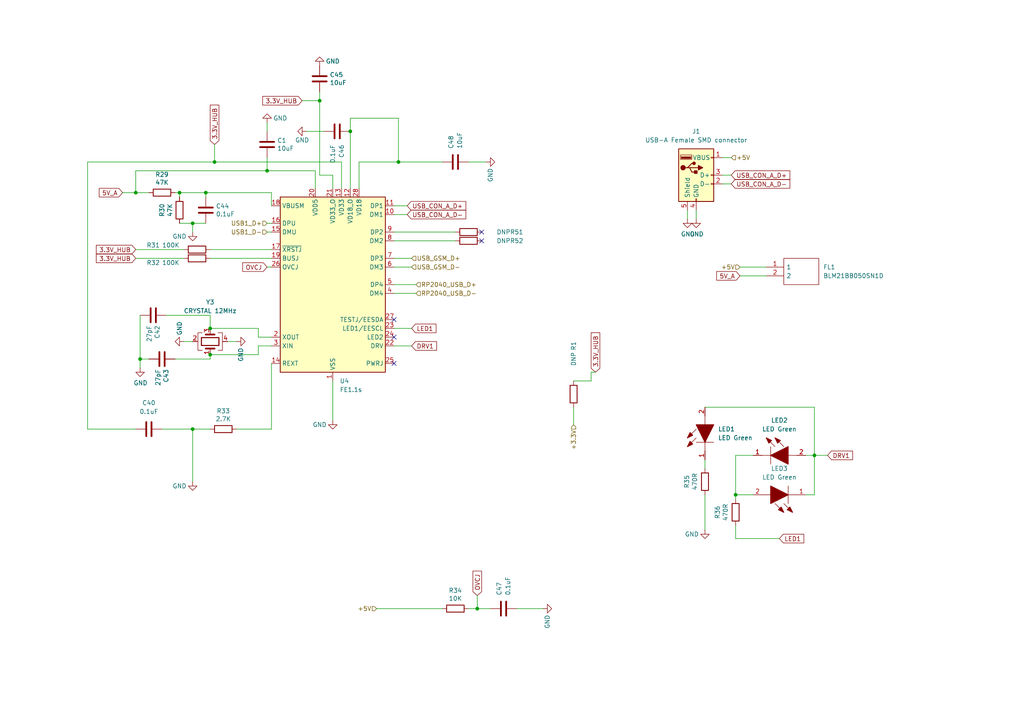
<source format=kicad_sch>
(kicad_sch (version 20231120) (generator "eeschema") (generator_version "8.0")
  (paper "A4")
  (title_block (company "SmartEQ Information Technologies"))
  (lib_symbols
    (symbol "150080VS75000:150080VS75000" (pin_names (offset 0.762))
      (property "Reference" "LED" (at 12.7 8.89 0))
      (property "Value" "150080VS75000" (at 12.7 6.35 0))
      (symbol "150080VS75000_0_0"
        (pin passive line (at 0 0 0) (length 2.54) (name "~") (number "1"))
        (pin passive line (at 15.24 0 180) (length 2.54) (name "~") (number "2"))
      )
      (symbol "150080VS75000_0_1"
        (polyline (pts (xy 2.54 0) (xy 5.08 0)) (stroke (width 0.1524)))
        (polyline (pts (xy 5.08 2.54) (xy 5.08 -2.54)) (stroke (width 0.1524)))
        (polyline (pts (xy 6.35 2.54) (xy 3.81 5.08)) (stroke (width 0.1524)))
        (polyline (pts (xy 8.89 2.54) (xy 6.35 5.08)) (stroke (width 0.1524)))
        (polyline (pts (xy 10.16 0) (xy 12.7 0)) (stroke (width 0.1524)))
        (polyline (pts (xy 5.08 0) (xy 10.16 2.54) (xy 10.16 -2.54) (xy 5.08 0)) (stroke (width 0.254)) (fill (type outline)))
        (polyline (pts (xy 5.334 4.318) (xy 4.572 3.556) (xy 3.81 5.08) (xy 5.334 4.318)) (stroke (width 0.254)) (fill (type outline)))
        (polyline (pts (xy 7.874 4.318) (xy 7.112 3.556) (xy 6.35 5.08) (xy 7.874 4.318)) (stroke (width 0.254)) (fill (type outline)))
      )
    )
    (symbol "BLM21BB050SN1D:BLM21BB050SN1D" (pin_names (offset 0.762))
      (property "Reference" "FL" (at 16.51 7.62 0))
      (property "Value" "BLM21BB050SN1D" (at 16.51 5.08 0))
      (symbol "BLM21BB050SN1D_0_0"
        (pin passive line (at 0 0 0) (length 5.08) (name "1") (number "1"))
        (pin passive line (at 0 -2.54 0) (length 5.08) (name "2") (number "2"))
      )
      (symbol "BLM21BB050SN1D_0_1"
        (polyline (pts (xy 5.08 2.54) (xy 15.24 2.54) (xy 15.24 -5.08) (xy 5.08 -5.08) (xy 5.08 2.54)) (stroke (width 0.1524)))
      )
    )
    (symbol "Connector:USB_A" (pin_names (offset 1.016))
      (property "Reference" "J" (at -5.08 11.43 0))
      (property "Value" "USB_A" (at -5.08 8.89 0))
      (symbol "USB_A_0_1"
        (rectangle (start -5.08 -7.62) (end 5.08 7.62) (stroke (width 0.254)) (fill (type background)))
        (circle (center -3.81 2.159) (radius 0.635) (stroke (width 0.254)) (fill (type outline)))
        (rectangle (start -1.524 4.826) (end -4.318 5.334) (fill (type outline)))
        (rectangle (start -1.27 4.572) (end -4.572 5.842))
        (circle (center -0.635 3.429) (radius 0.381) (stroke (width 0.254)) (fill (type outline)))
        (rectangle (start -0.127 -7.62) (end 0.127 -6.858))
        (polyline (pts (xy -3.175 2.159) (xy -2.54 2.159) (xy -1.27 3.429) (xy -0.635 3.429)) (stroke (width 0.254)))
        (polyline (pts (xy -2.54 2.159) (xy -1.905 2.159) (xy -1.27 0.889) (xy 0 0.889)) (stroke (width 0.254)))
        (polyline (pts (xy 0.635 2.794) (xy 0.635 1.524) (xy 1.905 2.159) (xy 0.635 2.794)) (stroke (width 0.254)) (fill (type outline)))
        (rectangle (start 0.254 1.27) (end -0.508 0.508) (stroke (width 0.254)) (fill (type outline)))
        (rectangle (start 5.08 -2.667) (end 4.318 -2.413))
        (rectangle (start 5.08 -0.127) (end 4.318 0.127))
        (rectangle (start 5.08 4.953) (end 4.318 5.207))
      )
      (symbol "USB_A_1_1"
        (polyline (pts (xy -1.905 2.159) (xy 0.635 2.159)) (stroke (width 0.254)))
        (pin power_in line (at 7.62 5.08 180) (length 2.54) (name "VBUS") (number "1"))
        (pin bidirectional line (at 7.62 -2.54 180) (length 2.54) (name "D-") (number "2"))
        (pin bidirectional line (at 7.62 0 180) (length 2.54) (name "D+") (number "3"))
        (pin power_in line (at 0 -10.16 90) (length 2.54) (name "GND") (number "4"))
        (pin passive line (at -2.54 -10.16 90) (length 2.54) (name "Shield") (number "5"))
      )
    )
    (symbol "Device:C" (pin_numbers hide) (pin_names (offset 0.254))
      (property "Reference" "C" (at 0.635 2.54 0))
      (property "Value" "C" (at 0.635 -2.54 0))
      (symbol "C_0_1"
        (polyline (pts (xy -2.032 -0.762) (xy 2.032 -0.762)) (stroke (width 0.508)))
        (polyline (pts (xy -2.032 0.762) (xy 2.032 0.762)) (stroke (width 0.508)))
      )
      (symbol "C_1_1"
        (pin passive line (at 0 3.81 270) (length 2.794) (name "~") (number "1"))
        (pin passive line (at 0 -3.81 90) (length 2.794) (name "~") (number "2"))
      )
    )
    (symbol "Device:Crystal_GND24" (pin_names (offset 1.016) hide)
      (property "Reference" "Y" (at 3.175 5.08 0))
      (property "Value" "Crystal_GND24" (at 3.175 3.175 0))
      (symbol "Crystal_GND24_0_1"
        (rectangle (start -1.143 2.54) (end 1.143 -2.54) (stroke (width 0.3048)))
        (polyline (pts (xy -2.54 0) (xy -2.032 0)))
        (polyline (pts (xy -2.032 -1.27) (xy -2.032 1.27)) (stroke (width 0.508)))
        (polyline (pts (xy 0 -3.81) (xy 0 -3.556)))
        (polyline (pts (xy 0 3.556) (xy 0 3.81)))
        (polyline (pts (xy 2.032 -1.27) (xy 2.032 1.27)) (stroke (width 0.508)))
        (polyline (pts (xy 2.032 0) (xy 2.54 0)))
        (polyline (pts (xy -2.54 -2.286) (xy -2.54 -3.556) (xy 2.54 -3.556) (xy 2.54 -2.286)))
        (polyline (pts (xy -2.54 2.286) (xy -2.54 3.556) (xy 2.54 3.556) (xy 2.54 2.286)))
      )
      (symbol "Crystal_GND24_1_1"
        (pin passive line (at -3.81 0 0) (length 1.27) (name "1") (number "1"))
        (pin passive line (at 0 5.08 270) (length 1.27) (name "2") (number "2"))
        (pin passive line (at 3.81 0 180) (length 1.27) (name "3") (number "3"))
        (pin passive line (at 0 -5.08 90) (length 1.27) (name "4") (number "4"))
      )
    )
    (symbol "Device:R" (pin_numbers hide) (pin_names (offset 0))
      (property "Reference" "R" (at 2.032 0 90))
      (property "Value" "R" (at 0 0 90))
      (symbol "R_0_1"
        (rectangle (start -1.016 -2.54) (end 1.016 2.54) (stroke (width 0.254)))
      )
      (symbol "R_1_1"
        (pin passive line (at 0 3.81 270) (length 1.27) (name "~") (number "1"))
        (pin passive line (at 0 -3.81 90) (length 1.27) (name "~") (number "2"))
      )
    )
    (symbol "Interface_USB:FE1.1s"
      (property "Reference" "U" (at -11.43 26.67 0))
      (property "Value" "FE1.1s" (at 12.7 27.94 0))
      (symbol "FE1.1s_0_1"
        (rectangle (start -15.24 25.4) (end 15.24 -25.4) (stroke (width 0.254)) (fill (type background)))
      )
      (symbol "FE1.1s_1_1"
        (pin power_in line (at 0 -27.94 90) (length 2.54) (name "VSS") (number "1"))
        (pin bidirectional line (at 17.78 20.32 180) (length 2.54) (name "DM1") (number "10"))
        (pin bidirectional line (at 17.78 22.86 180) (length 2.54) (name "DP1") (number "11"))
        (pin power_out line (at 5.08 27.94 270) (length 2.54) (name "VD18_O") (number "12"))
        (pin power_in line (at 2.54 27.94 270) (length 2.54) (name "VD33") (number "13"))
        (pin passive line (at -17.78 -22.86 0) (length 2.54) (name "REXT") (number "14"))
        (pin bidirectional line (at -17.78 15.24 0) (length 2.54) (name "DMU") (number "15"))
        (pin bidirectional line (at -17.78 17.78 0) (length 2.54) (name "DPU") (number "16"))
        (pin input line (at -17.78 10.16 0) (length 2.54) (name "~{XRSTJ}") (number "17"))
        (pin input line (at -17.78 22.86 0) (length 2.54) (name "VBUSM") (number "18"))
        (pin input line (at -17.78 7.62 0) (length 2.54) (name "BUSJ") (number "19"))
        (pin output line (at -17.78 -15.24 0) (length 2.54) (name "XOUT") (number "2"))
        (pin power_in line (at -5.08 27.94 270) (length 2.54) (name "VDD5") (number "20"))
        (pin power_out line (at 0 27.94 270) (length 2.54) (name "VD33_O") (number "21"))
        (pin bidirectional line (at 17.78 -17.78 180) (length 2.54) (name "DRV") (number "22"))
        (pin bidirectional line (at 17.78 -12.7 180) (length 2.54) (name "LED1/EESCL") (number "23"))
        (pin bidirectional line (at 17.78 -15.24 180) (length 2.54) (name "LED2") (number "24"))
        (pin output line (at 17.78 -22.86 180) (length 2.54) (name "PWRJ") (number "25"))
        (pin input line (at -17.78 5.08 0) (length 2.54) (name "OVCJ") (number "26"))
        (pin bidirectional line (at 17.78 -10.16 180) (length 2.54) (name "TESTJ/EESDA") (number "27"))
        (pin power_in line (at 7.62 27.94 270) (length 2.54) (name "VD18") (number "28"))
        (pin input line (at -17.78 -17.78 0) (length 2.54) (name "XIN") (number "3"))
        (pin bidirectional line (at 17.78 -2.54 180) (length 2.54) (name "DM4") (number "4"))
        (pin bidirectional line (at 17.78 0 180) (length 2.54) (name "DP4") (number "5"))
        (pin bidirectional line (at 17.78 5.08 180) (length 2.54) (name "DM3") (number "6"))
        (pin bidirectional line (at 17.78 7.62 180) (length 2.54) (name "DP3") (number "7"))
        (pin bidirectional line (at 17.78 12.7 180) (length 2.54) (name "DM2") (number "8"))
        (pin bidirectional line (at 17.78 15.24 180) (length 2.54) (name "DP2") (number "9"))
      )
    )
    (symbol "power:GND" (power) (pin_names (offset 0))
      (property "Value" "GND" (at 0 -3.81 0))
      (symbol "GND_0_1"
        (polyline (pts (xy 0 0) (xy 0 -1.27) (xy 1.27 -1.27) (xy 0 -2.54) (xy -1.27 -1.27) (xy 0 -1.27)))
      )
      (symbol "GND_1_1"
        (pin power_in line (at 0 0 270) (length 0) hide (name "GND") (number "1"))
      )
    )
  )
  (junction (at 213.36 143.51))
  (junction (at 55.88 64.77))
  (junction (at 236.22 132.08))
  (junction (at 40.64 104.14))
  (junction (at 115.57 46.99))
  (junction (at 55.88 124.46))
  (junction (at 77.47 49.53))
  (junction (at 60.96 95.25))
  (junction (at 138.43 176.53))
  (junction (at 60.96 102.87))
  (junction (at 101.6 38.1))
  (junction (at 52.07 55.88))
  (junction (at 62.23 46.99))
  (junction (at 39.37 55.88))
  (junction (at 59.69 55.88))
  (junction (at 92.71 29.21))
  (no_connect (at 139.7 69.85))
  (no_connect (at 139.7 67.31))
  (no_connect (at 114.3 97.79))
  (no_connect (at 114.3 105.41))
  (no_connect (at 114.3 92.71))
  (wire (pts (xy 39.37 74.93) (xy 53.34 74.93)))
  (wire (pts (xy 60.96 91.44) (xy 60.96 95.25)))
  (wire (pts (xy 78.74 100.33) (xy 74.93 100.33)))
  (wire (pts (xy 101.6 34.29) (xy 101.6 38.1)))
  (wire (pts (xy 115.57 46.99) (xy 128.27 46.99)))
  (wire (pts (xy 115.57 46.99) (xy 104.14 46.99)))
  (wire (pts (xy 78.74 55.88) (xy 78.74 59.69)))
  (wire (pts (xy 77.47 49.53) (xy 39.37 49.53)))
  (wire (pts (xy 114.3 85.09) (xy 120.65 85.09)))
  (wire (pts (xy 74.93 100.33) (xy 74.93 102.87)))
  (wire (pts (xy 60.96 72.39) (xy 78.74 72.39)))
  (wire (pts (xy 39.37 124.46) (xy 25.4 124.46)))
  (wire (pts (xy 77.47 45.72) (xy 77.47 49.53)))
  (wire (pts (xy 39.37 55.88) (xy 43.18 55.88)))
  (wire (pts (xy 204.47 133.35) (xy 204.47 135.89)))
  (wire (pts (xy 109.22 176.53) (xy 128.27 176.53)))
  (wire (pts (xy 78.74 97.79) (xy 74.93 97.79)))
  (wire (pts (xy 213.36 132.08) (xy 213.36 143.51)))
  (wire (pts (xy 40.64 91.44) (xy 40.64 104.14)))
  (wire (pts (xy 132.08 67.31) (xy 114.3 67.31)))
  (wire (pts (xy 55.88 64.77) (xy 59.69 64.77)))
  (wire (pts (xy 213.36 143.51) (xy 218.44 143.51)))
  (wire (pts (xy 214.63 77.47) (xy 222.25 77.47)))
  (wire (pts (xy 77.47 64.77) (xy 78.74 64.77)))
  (wire (pts (xy 96.52 50.8) (xy 92.71 50.8)))
  (wire (pts (xy 96.52 54.61) (xy 96.52 50.8)))
  (wire (pts (xy 35.56 55.88) (xy 39.37 55.88)))
  (wire (pts (xy 59.69 55.88) (xy 59.69 57.15)))
  (wire (pts (xy 119.38 95.25) (xy 114.3 95.25)))
  (wire (pts (xy 213.36 143.51) (xy 213.36 144.78)))
  (wire (pts (xy 43.18 104.14) (xy 40.64 104.14)))
  (wire (pts (xy 62.23 46.99) (xy 99.06 46.99)))
  (wire (pts (xy 213.36 132.08) (xy 218.44 132.08)))
  (wire (pts (xy 132.08 69.85) (xy 114.3 69.85)))
  (wire (pts (xy 50.8 104.14) (xy 60.96 104.14)))
  (wire (pts (xy 96.52 110.49) (xy 96.52 121.92)))
  (wire (pts (xy 214.63 80.01) (xy 222.25 80.01)))
  (wire (pts (xy 101.6 34.29) (xy 115.57 34.29)))
  (wire (pts (xy 119.38 100.33) (xy 114.3 100.33)))
  (wire (pts (xy 236.22 118.11) (xy 236.22 132.08)))
  (wire (pts (xy 39.37 49.53) (xy 39.37 55.88)))
  (wire (pts (xy 60.96 124.46) (xy 55.88 124.46)))
  (wire (pts (xy 87.63 29.21) (xy 92.71 29.21)))
  (wire (pts (xy 119.38 77.47) (xy 114.3 77.47)))
  (wire (pts (xy 74.93 95.25) (xy 60.96 95.25)))
  (wire (pts (xy 78.74 124.46) (xy 68.58 124.46)))
  (wire (pts (xy 201.93 63.5) (xy 201.93 60.96)))
  (wire (pts (xy 236.22 132.08) (xy 240.03 132.08)))
  (wire (pts (xy 204.47 153.67) (xy 204.47 143.51)))
  (wire (pts (xy 104.14 46.99) (xy 104.14 54.61)))
  (wire (pts (xy 62.23 41.91) (xy 62.23 46.99)))
  (wire (pts (xy 52.07 64.77) (xy 55.88 64.77)))
  (wire (pts (xy 39.37 72.39) (xy 53.34 72.39)))
  (wire (pts (xy 91.44 49.53) (xy 77.47 49.53)))
  (wire (pts (xy 77.47 35.56) (xy 77.47 38.1)))
  (wire (pts (xy 236.22 143.51) (xy 233.68 143.51)))
  (wire (pts (xy 88.9 38.1) (xy 93.98 38.1)))
  (wire (pts (xy 74.93 102.87) (xy 60.96 102.87)))
  (wire (pts (xy 171.45 110.49) (xy 171.45 107.95)))
  (wire (pts (xy 212.09 53.34) (xy 209.55 53.34)))
  (wire (pts (xy 204.47 118.11) (xy 236.22 118.11)))
  (wire (pts (xy 25.4 46.99) (xy 62.23 46.99)))
  (wire (pts (xy 115.57 34.29) (xy 115.57 46.99)))
  (wire (pts (xy 236.22 132.08) (xy 236.22 143.51)))
  (wire (pts (xy 118.11 59.69) (xy 114.3 59.69)))
  (wire (pts (xy 59.69 55.88) (xy 78.74 55.88)))
  (wire (pts (xy 101.6 38.1) (xy 101.6 54.61)))
  (wire (pts (xy 52.07 55.88) (xy 52.07 57.15)))
  (wire (pts (xy 166.37 110.49) (xy 171.45 110.49)))
  (wire (pts (xy 157.48 176.53) (xy 149.86 176.53)))
  (wire (pts (xy 40.64 104.14) (xy 40.64 106.68)))
  (wire (pts (xy 60.96 74.93) (xy 78.74 74.93)))
  (wire (pts (xy 99.06 46.99) (xy 99.06 54.61)))
  (wire (pts (xy 233.68 132.08) (xy 236.22 132.08)))
  (wire (pts (xy 55.88 124.46) (xy 46.99 124.46)))
  (wire (pts (xy 52.07 55.88) (xy 59.69 55.88)))
  (wire (pts (xy 119.38 74.93) (xy 114.3 74.93)))
  (wire (pts (xy 226.06 156.21) (xy 213.36 156.21)))
  (wire (pts (xy 140.97 46.99) (xy 135.89 46.99)))
  (wire (pts (xy 118.11 62.23) (xy 114.3 62.23)))
  (wire (pts (xy 114.3 82.55) (xy 120.65 82.55)))
  (wire (pts (xy 55.88 139.7) (xy 55.88 124.46)))
  (wire (pts (xy 60.96 104.14) (xy 60.96 102.87)))
  (wire (pts (xy 92.71 29.21) (xy 92.71 26.67)))
  (wire (pts (xy 68.58 99.06) (xy 66.04 99.06)))
  (wire (pts (xy 138.43 176.53) (xy 142.24 176.53)))
  (wire (pts (xy 55.88 64.77) (xy 55.88 67.31)))
  (wire (pts (xy 48.26 91.44) (xy 60.96 91.44)))
  (wire (pts (xy 78.74 105.41) (xy 78.74 124.46)))
  (wire (pts (xy 50.8 55.88) (xy 52.07 55.88)))
  (wire (pts (xy 53.34 99.06) (xy 55.88 99.06)))
  (wire (pts (xy 77.47 77.47) (xy 78.74 77.47)))
  (wire (pts (xy 91.44 54.61) (xy 91.44 49.53)))
  (wire (pts (xy 212.09 45.72) (xy 209.55 45.72)))
  (wire (pts (xy 77.47 67.31) (xy 78.74 67.31)))
  (wire (pts (xy 213.36 156.21) (xy 213.36 152.4)))
  (wire (pts (xy 199.39 63.5) (xy 199.39 60.96)))
  (wire (pts (xy 135.89 176.53) (xy 138.43 176.53)))
  (wire (pts (xy 92.71 29.21) (xy 92.71 50.8)))
  (wire (pts (xy 74.93 97.79) (xy 74.93 95.25)))
  (wire (pts (xy 138.43 172.72) (xy 138.43 176.53)))
  (wire (pts (xy 212.09 50.8) (xy 209.55 50.8)))
  (wire (pts (xy 166.37 123.19) (xy 166.37 118.11)))
  (wire (pts (xy 25.4 124.46) (xy 25.4 46.99)))
  (wire (pts (xy 171.45 107.95) (xy 172.72 107.95)))
  (global_label "OVCJ" (shape input) (at 77.47 77.47 180) (property "Intersheetrefs" "${INTERSHEET_REFS}" (effects (hide yes))))
  (global_label "LED1" (shape input) (at 226.06 156.21 0) (property "Intersheetrefs" "${INTERSHEET_REFS}" (effects (hide yes))))
  (global_label "USB_CON_A_D-" (shape input) (at 212.09 53.34 0) (property "Intersheetrefs" "${INTERSHEET_REFS}" (effects (hide yes))))
  (global_label "3.3V_HUB" (shape input) (at 62.23 41.91 90) (property "Intersheetrefs" "${INTERSHEET_REFS}" (effects (hide yes))))
  (global_label "5V_A" (shape input) (at 214.63 80.01 180) (property "Intersheetrefs" "${INTERSHEET_REFS}" (effects (hide yes))))
  (global_label "3.3V_HUB" (shape input) (at 172.72 107.95 90) (property "Intersheetrefs" "${INTERSHEET_REFS}" (effects (hide yes))))
  (global_label "LED1" (shape input) (at 119.38 95.25 0) (property "Intersheetrefs" "${INTERSHEET_REFS}" (effects (hide yes))))
  (global_label "USB_CON_A_D+" (shape input) (at 118.11 59.69 0) (property "Intersheetrefs" "${INTERSHEET_REFS}" (effects (hide yes))))
  (global_label "5V_A" (shape input) (at 35.56 55.88 180) (property "Intersheetrefs" "${INTERSHEET_REFS}" (effects (hide yes))))
  (global_label "DRV1" (shape input) (at 240.03 132.08 0) (property "Intersheetrefs" "${INTERSHEET_REFS}" (effects (hide yes))))
  (global_label "3.3V_HUB" (shape input) (at 39.37 72.39 180) (property "Intersheetrefs" "${INTERSHEET_REFS}" (effects (hide yes))))
  (global_label "3.3V_HUB" (shape input) (at 39.37 74.93 180) (property "Intersheetrefs" "${INTERSHEET_REFS}" (effects (hide yes))))
  (global_label "USB_CON_A_D-" (shape input) (at 118.11 62.23 0) (property "Intersheetrefs" "${INTERSHEET_REFS}" (effects (hide yes))))
  (global_label "3.3V_HUB" (shape input) (at 87.63 29.21 180) (property "Intersheetrefs" "${INTERSHEET_REFS}" (effects (hide yes))))
  (global_label "OVCJ" (shape input) (at 138.43 172.72 90) (property "Intersheetrefs" "${INTERSHEET_REFS}" (effects (hide yes))))
  (global_label "USB_CON_A_D+" (shape input) (at 212.09 50.8 0) (property "Intersheetrefs" "${INTERSHEET_REFS}" (effects (hide yes))))
  (global_label "DRV1" (shape input) (at 119.38 100.33 0) (property "Intersheetrefs" "${INTERSHEET_REFS}" (effects (hide yes))))
  (hierarchical_label "+3.3V" (shape input) (at 166.37 123.19 270))
  (hierarchical_label "USB1_D+" (shape input) (at 77.47 64.77 180))
  (hierarchical_label "USB1_D-" (shape input) (at 77.47 67.31 180))
  (hierarchical_label "USB_GSM_D+" (shape input) (at 119.38 74.93 0))
  (hierarchical_label "+5V" (shape input) (at 109.22 176.53 180))
  (hierarchical_label "USB_GSM_D-" (shape input) (at 119.38 77.47 0))
  (hierarchical_label "+5V" (shape input) (at 214.63 77.47 180))
  (hierarchical_label "+5V" (shape input) (at 212.09 45.72 0))
  (hierarchical_label "RP2040_USB_D+" (shape input) (at 120.65 82.55 0))
  (hierarchical_label "RP2040_USB_D-" (shape input) (at 120.65 85.09 0))
  (symbol (lib_id "Device:R") (at 213.36 148.59 0) (unit 1)
    (property "Reference" "R36" (at 208.1022 148.59 90))
    (property "Value" "470R" (at 210.4136 148.59 90))
    (property "Footprint" "Resistor_SMD:R_0603_1608Metric" (effects (hide yes)))
  )
  (symbol (lib_id "Device:R") (at 57.15 72.39 270) (unit 1)
    (property "Reference" "R31" (at 44.45 71.12 90))
    (property "Value" "100K" (at 49.53 71.12 90))
    (property "Footprint" "Resistor_SMD:R_0603_1608Metric" (effects (hide yes)))
  )
  (symbol (lib_id "Device:R") (at 132.08 176.53 270) (unit 1)
    (property "Reference" "R34" (at 132.08 171.2722 90))
    (property "Value" "10K" (at 132.08 173.5836 90))
    (property "Footprint" "Resistor_SMD:R_0603_1608Metric" (effects (hide yes)))
  )
  (symbol (lib_id "power:GND") (at 53.34 99.06 270) (unit 1)
    (property "Reference" "#PWR0158" (effects (hide yes)))
    (property "Value" "GND" (at 52.07 95.25 0))
  )
  (symbol (lib_id "Device:Crystal_GND24") (at 60.96 99.06 90) (unit 1)
    (property "Reference" "Y3" (at 60.96 87.63 90))
    (property "Value" "CRYSTAL 12MHz" (at 60.96 90.17 90))
    (property "Footprint" "Crystal:Crystal_SMD_3225-4Pin_3.2x2.5mm" (effects (hide yes)))
    (property "Link" "https://www.lcsc.com/product-detail/Crystals_huaxindianzi-CF4012M00020001_C7294551.html" (effects (hide yes)))
    (property "MPN" "CF4012M00020001" (effects (hide yes)))
  )
  (symbol (lib_id "Device:R") (at 135.89 69.85 270) (unit 1)
    (property "Reference" "R52" (at 149.86 69.85 90))
    (property "Value" "DNP" (at 146.05 69.85 90))
    (property "Footprint" "Resistor_SMD:R_0603_1608Metric" (effects (hide yes)))
  )
  (symbol (lib_id "Device:C") (at 132.08 46.99 90) (unit 1)
    (property "Reference" "C48" (at 130.8099 43.18 0) (effects (justify left)))
    (property "Value" "10uF" (at 133.3499 43.18 0) (effects (justify left)))
    (property "Footprint" "Capacitor_SMD:C_0603_1608Metric" (effects (hide yes)))
  )
  (symbol (lib_id "power:GND") (at 77.47 35.56 180) (unit 1)
    (property "Reference" "#PWR0107" (effects (hide yes)))
    (property "Value" "GND" (at 81.28 34.29 0))
  )
  (symbol (lib_id "Device:C") (at 46.99 104.14 270) (unit 1)
    (property "Reference" "C43" (at 48.1584 107.061 0) (effects (justify left)))
    (property "Value" "27pF" (at 45.847 107.061 0) (effects (justify left)))
    (property "Footprint" "Capacitor_SMD:C_0402_1005Metric" (effects (hide yes)))
  )
  (symbol (lib_id "Device:C") (at 92.71 22.86 0) (unit 1)
    (property "Reference" "C45" (at 95.631 21.6916 0) (effects (justify left)))
    (property "Value" "10uF" (at 95.631 24.003 0) (effects (justify left)))
    (property "Footprint" "Capacitor_SMD:C_0402_1005Metric" (effects (hide yes)))
  )
  (symbol (lib_id "Device:C") (at 97.79 38.1 270) (unit 1)
    (property "Reference" "C46" (at 99.0601 41.91 0) (effects (justify left)))
    (property "Value" "0.1uF" (at 96.5201 41.91 0) (effects (justify left)))
    (property "Footprint" "Capacitor_SMD:C_0603_1608Metric" (effects (hide yes)))
  )
  (symbol (lib_id "Device:C") (at 59.69 60.96 0) (unit 1)
    (property "Reference" "C44" (at 62.611 59.7916 0) (effects (justify left)))
    (property "Value" "0.1uF" (at 62.611 62.103 0) (effects (justify left)))
    (property "Footprint" "Capacitor_SMD:C_0402_1005Metric" (effects (hide yes)))
  )
  (symbol (lib_id "power:GND") (at 201.93 63.5 0) (unit 1)
    (property "Reference" "#PWR0101" (effects (hide yes)))
    (property "Value" "GND" (at 202.057 67.8942 0))
  )
  (symbol (lib_id "Device:C") (at 43.18 124.46 90) (unit 1)
    (property "Reference" "C40" (at 43.18 116.84 90))
    (property "Value" "0.1uF" (at 43.18 119.38 90))
    (property "Footprint" "Capacitor_SMD:C_0603_1608Metric" (effects (hide yes)))
  )
  (symbol (lib_id "Device:R") (at 64.77 124.46 270) (unit 1)
    (property "Reference" "R33" (at 64.77 119.2022 90))
    (property "Value" "2.7K" (at 64.77 121.5136 90))
    (property "Footprint" "Resistor_SMD:R_0603_1608Metric" (effects (hide yes)))
  )
  (symbol (lib_id "Device:C") (at 77.47 41.91 0) (unit 1)
    (property "Reference" "C1" (at 80.391 40.7416 0) (effects (justify left)))
    (property "Value" "10uF" (at 80.391 43.053 0) (effects (justify left)))
    (property "Footprint" "Capacitor_SMD:C_0402_1005Metric" (effects (hide yes)))
  )
  (symbol (lib_id "power:GND") (at 199.39 63.5 0) (unit 1)
    (property "Reference" "#PWR0102" (effects (hide yes)))
    (property "Value" "GND" (at 199.517 67.8942 0))
  )
  (symbol (lib_id "power:GND") (at 140.97 46.99 90) (unit 1)
    (property "Reference" "#PWR0147" (effects (hide yes)))
    (property "Value" "GND" (at 142.24 50.8 0))
  )
  (symbol (lib_id "150080VS75000:150080VS75000") (at 204.47 133.35 90) (unit 1)
    (property "Reference" "LED1" (at 208.28 124.4599 90) (effects (justify right)))
    (property "Value" "LED Green" (at 208.28 126.9999 90) (effects (justify right)))
    (property "Footprint" "150080VS75000:LEDC2012X80N" (effects (hide yes)))
    (property "Datasheet" "http://katalog.we-online.com/led/datasheet/150080VS75000.pdf" (effects (hide yes)))
    (property "Description" "Wurth Elektronik WL-SMCW 570 nm Green LED, 2012 (0805) Clear SMD package" (effects (hide yes)))
    (property "Height" "0.8" (effects (hide yes)))
    (property "Manufacturer_Name" "Wurth Elektronik" (effects (hide yes)))
    (property "Manufacturer_Part_Number" "150080VS75000" (effects (hide yes)))
    (property "Mouser Part Number" "710-150080VS75000" (effects (hide yes)))
    (property "Mouser Price/Stock" "https://www.mouser.co.uk/ProductDetail/Wurth-Elektronik/150080VS75000?qs=LlUlMxKIyB0tGHJmO6%252B0ug%3D%3D" (effects (hide yes)))
    (property "Link" "https://www.digikey.com/en/products/detail/würth-elektronik/150080VS75000/4489924" (effects (hide yes)))
    (property "MPN" "150080VS75000" (effects (hide yes)))
  )
  (symbol (lib_id "power:GND") (at 157.48 176.53 90) (unit 1)
    (property "Reference" "#PWR0144" (effects (hide yes)))
    (property "Value" "GND" (at 158.75 180.34 0))
  )
  (symbol (lib_id "Device:R") (at 166.37 114.3 0) (unit 1)
    (property "Reference" "R1" (at 166.37 100.33 90))
    (property "Value" "DNP" (at 166.37 104.14 90))
    (property "Footprint" "Resistor_SMD:R_0603_1608Metric" (effects (hide yes)))
  )
  (symbol (lib_id "Device:R") (at 52.07 60.96 0) (unit 1)
    (property "Reference" "R30" (at 46.99 60.96 90))
    (property "Value" "47K" (at 49.3014 60.96 90))
    (property "Footprint" "Resistor_SMD:R_0603_1608Metric" (effects (hide yes)))
  )
  (symbol (lib_id "Connector:USB_A") (at 201.93 50.8 0) (unit 1)
    (property "Reference" "J1" (at 201.93 38.1 0))
    (property "Value" "USB-A Female SMD connector" (at 201.93 40.64 0))
    (property "Footprint" "Connector_USB:USB_A_CNCTech_1001-011-01101_Horizontal" (effects (hide yes)))
    (property "Datasheet" " ~" (effects (hide yes)))
  )
  (symbol (lib_id "Device:R") (at 46.99 55.88 270) (unit 1)
    (property "Reference" "R29" (at 46.99 50.6222 90))
    (property "Value" "47K" (at 46.99 52.9336 90))
    (property "Footprint" "Resistor_SMD:R_0603_1608Metric" (effects (hide yes)))
  )
  (symbol (lib_id "Device:C") (at 44.45 91.44 270) (unit 1)
    (property "Reference" "C42" (at 45.6184 94.361 0) (effects (justify left)))
    (property "Value" "27pF" (at 43.307 94.361 0) (effects (justify left)))
    (property "Footprint" "Capacitor_SMD:C_0402_1005Metric" (effects (hide yes)))
  )
  (symbol (lib_id "150080VS75000:150080VS75000") (at 233.68 143.51 180) (unit 1)
    (property "Reference" "LED3" (at 226.06 135.89 0))
    (property "Value" "LED Green" (at 226.06 138.43 0))
    (property "Footprint" "150080VS75000:LEDC2012X80N" (effects (hide yes)))
    (property "Datasheet" "http://katalog.we-online.com/led/datasheet/150080VS75000.pdf" (effects (hide yes)))
    (property "Description" "Wurth Elektronik WL-SMCW 570 nm Green LED, 2012 (0805) Clear SMD package" (effects (hide yes)))
    (property "Height" "0.8" (effects (hide yes)))
    (property "Manufacturer_Name" "Wurth Elektronik" (effects (hide yes)))
    (property "Manufacturer_Part_Number" "150080VS75000" (effects (hide yes)))
    (property "Mouser Part Number" "710-150080VS75000" (effects (hide yes)))
    (property "Mouser Price/Stock" "https://www.mouser.co.uk/ProductDetail/Wurth-Elektronik/150080VS75000?qs=LlUlMxKIyB0tGHJmO6%252B0ug%3D%3D" (effects (hide yes)))
    (property "Link" "https://www.digikey.com/en/products/detail/würth-elektronik/150080VS75000/4489924" (effects (hide yes)))
    (property "MPN" "150080VS75000" (effects (hide yes)))
  )
  (symbol (lib_id "Interface_USB:FE1.1s") (at 96.52 82.55 0) (unit 1)
    (property "Reference" "U4" (at 98.5394 110.49 0) (effects (justify left)))
    (property "Value" "FE1.1s" (at 98.5394 113.03 0) (effects (justify left)))
    (property "Footprint" "Package_SO:SSOP-28_3.9x9.9mm_P0.635mm" (effects (hide yes)))
    (property "Datasheet" "https://cdn-shop.adafruit.com/product-files/2991/FE1.1s+Data+Sheet+(Rev.+1.0).pdf" (effects (hide yes)))
    (property "Link" "https://www.lcsc.com/product-detail/USB-ICs_Terminus-Tech-FE1-1S-BSOP28BCN_C9359.html" (effects (hide yes)))
    (property "MPN" "FE1.1S-BSOP28BCN" (effects (hide yes)))
  )
  (symbol (lib_id "power:GND") (at 96.52 121.92 0) (unit 1)
    (property "Reference" "#PWR0118" (effects (hide yes)))
    (property "Value" "GND" (at 92.71 123.19 0))
  )
  (symbol (lib_id "power:GND") (at 204.47 153.67 0) (unit 1)
    (property "Reference" "#PWR0146" (effects (hide yes)))
    (property "Value" "GND" (at 200.66 154.94 0))
  )
  (symbol (lib_id "Device:R") (at 57.15 74.93 270) (unit 1)
    (property "Reference" "R32" (at 44.45 76.2 90))
    (property "Value" "100K" (at 49.53 76.2 90))
    (property "Footprint" "Resistor_SMD:R_0603_1608Metric" (effects (hide yes)))
  )
  (symbol (lib_id "BLM21BB050SN1D:BLM21BB050SN1D") (at 222.25 77.47 0) (unit 1)
    (property "Reference" "FL1" (at 238.76 77.4699 0) (effects (justify left)))
    (property "Value" "BLM21BB050SN1D" (at 238.76 80.0099 0) (effects (justify left)))
    (property "Footprint" "BLM21BB050SN1D:BLM21BB050SH1D" (effects (hide yes)))
    (property "Datasheet" "https://www.murata.com/en-us/products/productdetail?partno=BLM21BB050SN1%23" (effects (hide yes)))
    (property "Description" "BLM21_N1D Series EMI Suppression Filter 5+/-25% at 100MHz 1A @85" (effects (hide yes)))
    (property "Height" "1.05" (effects (hide yes)))
    (property "Manufacturer_Name" "Murata Electronics" (effects (hide yes)))
    (property "Manufacturer_Part_Number" "BLM21BB050SN1D" (effects (hide yes)))
    (property "Mouser Part Number" "81-BLM21B050S" (effects (hide yes)))
    (property "Mouser Price/Stock" "https://www.mouser.co.uk/ProductDetail/Murata-Electronics/BLM21BB050SN1D?qs=V9BdO3EfVKkDe3ie2a%2F9MA%3D%3D" (effects (hide yes)))
    (property "Arrow Part Number" "BLM21BB050SN1D" (effects (hide yes)))
    (property "Arrow Price/Stock" "https://www.arrow.com/en/products/blm21bb050sn1d/murata-manufacturing" (effects (hide yes)))
    (property "Link" "https://www.lcsc.com/product-detail/Ferrite-Beads_Murata-Electronics-BLM21BB050SN1D_C113035.html" (effects (hide yes)))
    (property "MPN" "BLM21BB050SN1D" (effects (hide yes)))
  )
  (symbol (lib_id "power:GND") (at 92.71 19.05 180) (unit 1)
    (property "Reference" "#PWR0156" (effects (hide yes)))
    (property "Value" "GND" (at 96.52 17.78 0))
  )
  (symbol (lib_id "power:GND") (at 55.88 67.31 0) (unit 1)
    (property "Reference" "#PWR0148" (effects (hide yes)))
    (property "Value" "GND" (at 52.07 68.58 0))
  )
  (symbol (lib_id "power:GND") (at 68.58 99.06 90) (unit 1)
    (property "Reference" "#PWR0159" (effects (hide yes)))
    (property "Value" "GND" (at 69.85 102.87 0))
  )
  (symbol (lib_id "150080VS75000:150080VS75000") (at 218.44 132.08 0) (unit 1)
    (property "Reference" "LED2" (at 226.06 121.92 0))
    (property "Value" "LED Green" (at 226.06 124.46 0))
    (property "Footprint" "150080VS75000:LEDC2012X80N" (effects (hide yes)))
    (property "Datasheet" "http://katalog.we-online.com/led/datasheet/150080VS75000.pdf" (effects (hide yes)))
    (property "Description" "Wurth Elektronik WL-SMCW 570 nm Green LED, 2012 (0805) Clear SMD package" (effects (hide yes)))
    (property "Height" "0.8" (effects (hide yes)))
    (property "Manufacturer_Name" "Wurth Elektronik" (effects (hide yes)))
    (property "Manufacturer_Part_Number" "150080VS75000" (effects (hide yes)))
    (property "Mouser Part Number" "710-150080VS75000" (effects (hide yes)))
    (property "Mouser Price/Stock" "https://www.mouser.co.uk/ProductDetail/Wurth-Elektronik/150080VS75000?qs=LlUlMxKIyB0tGHJmO6%252B0ug%3D%3D" (effects (hide yes)))
    (property "Link" "https://www.digikey.com/en/products/detail/würth-elektronik/150080VS75000/4489924" (effects (hide yes)))
    (property "MPN" "150080VS75000" (effects (hide yes)))
  )
  (symbol (lib_id "Device:R") (at 135.89 67.31 270) (unit 1)
    (property "Reference" "R51" (at 149.86 67.31 90))
    (property "Value" "DNP" (at 146.05 67.31 90))
    (property "Footprint" "Resistor_SMD:R_0603_1608Metric" (effects (hide yes)))
  )
  (symbol (lib_id "power:GND") (at 40.64 106.68 0) (unit 1)
    (property "Reference" "#PWR0157" (effects (hide yes)))
    (property "Value" "GND" (at 40.767 111.0742 0))
  )
  (symbol (lib_id "power:GND") (at 55.88 139.7 0) (unit 1)
    (property "Reference" "#PWR0149" (effects (hide yes)))
    (property "Value" "GND" (at 52.07 140.97 0))
  )
  (symbol (lib_id "Device:C") (at 146.05 176.53 90) (unit 1)
    (property "Reference" "C47" (at 144.7799 172.72 0) (effects (justify left)))
    (property "Value" "0.1uF" (at 147.3199 172.72 0) (effects (justify left)))
    (property "Footprint" "Capacitor_SMD:C_0603_1608Metric" (effects (hide yes)))
  )
  (symbol (lib_id "Device:R") (at 204.47 139.7 0) (unit 1)
    (property "Reference" "R35" (at 199.2122 139.7 90))
    (property "Value" "470R" (at 201.5236 139.7 90))
    (property "Footprint" "Resistor_SMD:R_0603_1608Metric" (effects (hide yes)))
  )
  (symbol (lib_id "power:GND") (at 88.9 38.1 270) (unit 1)
    (property "Reference" "#PWR0155" (effects (hide yes)))
    (property "Value" "GND" (at 87.63 40.64 90))
  )
)
</source>
